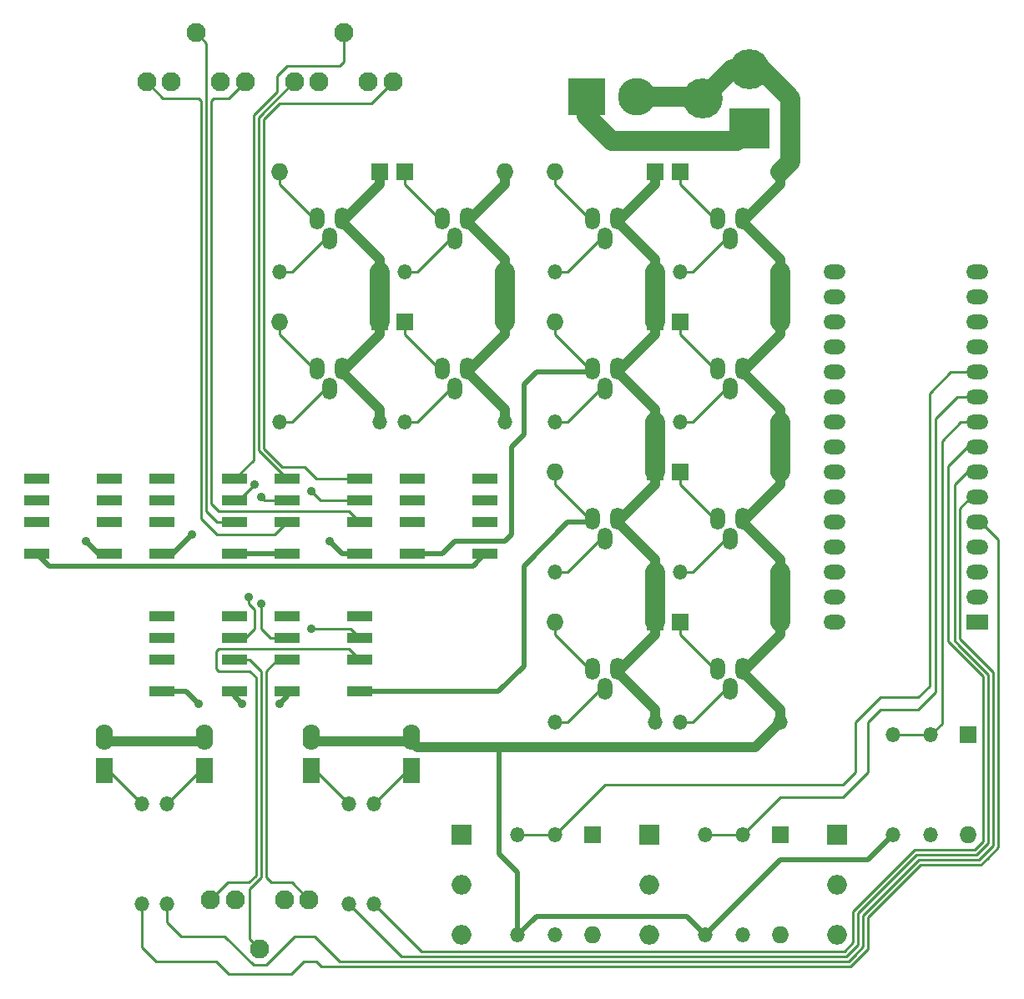
<source format=gtl>
G04 (created by PCBNEW (2013-07-07 BZR 4022)-stable) date Fri 30 Oct 2020 07:41:50 PM CDT*
%MOIN*%
G04 Gerber Fmt 3.4, Leading zero omitted, Abs format*
%FSLAX34Y34*%
G01*
G70*
G90*
G04 APERTURE LIST*
%ADD10C,0.00590551*%
%ADD11R,0.069X0.069*%
%ADD12O,0.069X0.069*%
%ADD13O,0.059X0.0885*%
%ADD14C,0.0767717*%
%ADD15O,0.059X0.059*%
%ADD16R,0.069X0.1035*%
%ADD17O,0.069X0.1035*%
%ADD18R,0.0885X0.059*%
%ADD19O,0.0885X0.059*%
%ADD20R,0.0787402X0.0787402*%
%ADD21O,0.0787402X0.0787402*%
%ADD22R,0.16X0.16*%
%ADD23C,0.16*%
%ADD24R,0.15X0.15*%
%ADD25C,0.15*%
%ADD26R,0.0984252X0.0393701*%
%ADD27C,0.035*%
%ADD28C,0.01*%
%ADD29C,0.08*%
%ADD30C,0.04*%
%ADD31C,0.02*%
G04 APERTURE END LIST*
G54D10*
G54D11*
X58000Y-92500D03*
G54D12*
X58000Y-96500D03*
G54D13*
X51500Y-73852D03*
X51000Y-74647D03*
X50500Y-73852D03*
X45500Y-67852D03*
X45000Y-68647D03*
X44500Y-67852D03*
X56500Y-85852D03*
X56000Y-86647D03*
X55500Y-85852D03*
X56500Y-73852D03*
X56000Y-74647D03*
X55500Y-73852D03*
X40500Y-73852D03*
X40000Y-74647D03*
X39500Y-73852D03*
X51500Y-79852D03*
X51000Y-80647D03*
X50500Y-79852D03*
X56500Y-79852D03*
X56000Y-80647D03*
X55500Y-79852D03*
X56500Y-67852D03*
X56000Y-68647D03*
X55500Y-67852D03*
X51500Y-67852D03*
X51000Y-68647D03*
X50500Y-67852D03*
X45500Y-73852D03*
X45000Y-74647D03*
X44500Y-73852D03*
X40500Y-67852D03*
X40000Y-68647D03*
X39500Y-67852D03*
X51500Y-85852D03*
X51000Y-86647D03*
X50500Y-85852D03*
G54D14*
X37204Y-97047D03*
X36220Y-95078D03*
X38188Y-95078D03*
X35236Y-95078D03*
X39173Y-95078D03*
X40551Y-60433D03*
X41535Y-62401D03*
X39566Y-62401D03*
X42519Y-62401D03*
X38582Y-62401D03*
X34645Y-60433D03*
X35629Y-62401D03*
X33661Y-62401D03*
X36614Y-62401D03*
X32677Y-62401D03*
G54D15*
X54000Y-76000D03*
X58000Y-76000D03*
X42000Y-70000D03*
X38000Y-70000D03*
X53000Y-76000D03*
X49000Y-76000D03*
X53000Y-82000D03*
X49000Y-82000D03*
X43000Y-70000D03*
X47000Y-70000D03*
X43000Y-76000D03*
X47000Y-76000D03*
X54000Y-82000D03*
X58000Y-82000D03*
X53000Y-88000D03*
X49000Y-88000D03*
X54000Y-88000D03*
X58000Y-88000D03*
X53000Y-70000D03*
X49000Y-70000D03*
X54000Y-70000D03*
X58000Y-70000D03*
X42000Y-76000D03*
X38000Y-76000D03*
X49000Y-96500D03*
X49000Y-92500D03*
X56500Y-96500D03*
X56500Y-92500D03*
X64000Y-92500D03*
X64000Y-88500D03*
X40750Y-95250D03*
X40750Y-91250D03*
X41750Y-95250D03*
X41750Y-91250D03*
X33500Y-95250D03*
X33500Y-91250D03*
X32500Y-95250D03*
X32500Y-91250D03*
G54D16*
X35000Y-89922D03*
G54D17*
X35000Y-88577D03*
G54D16*
X39250Y-89922D03*
G54D17*
X39250Y-88577D03*
G54D16*
X43250Y-89922D03*
G54D17*
X43250Y-88577D03*
G54D16*
X31000Y-89922D03*
G54D17*
X31000Y-88577D03*
G54D11*
X65500Y-88500D03*
G54D12*
X65500Y-92500D03*
G54D11*
X50500Y-92500D03*
G54D12*
X50500Y-96500D03*
G54D11*
X42000Y-72000D03*
G54D12*
X38000Y-72000D03*
G54D11*
X43000Y-72000D03*
G54D12*
X47000Y-72000D03*
G54D11*
X54000Y-66000D03*
G54D12*
X58000Y-66000D03*
G54D11*
X53000Y-66000D03*
G54D12*
X49000Y-66000D03*
G54D11*
X43000Y-66000D03*
G54D12*
X47000Y-66000D03*
G54D11*
X42000Y-66000D03*
G54D12*
X38000Y-66000D03*
G54D11*
X53000Y-84000D03*
G54D12*
X49000Y-84000D03*
G54D11*
X54000Y-84000D03*
G54D12*
X58000Y-84000D03*
G54D11*
X54000Y-72000D03*
G54D12*
X58000Y-72000D03*
G54D11*
X53000Y-72000D03*
G54D12*
X49000Y-72000D03*
G54D11*
X53000Y-78000D03*
G54D12*
X49000Y-78000D03*
G54D11*
X54000Y-78000D03*
G54D12*
X58000Y-78000D03*
G54D18*
X65852Y-84000D03*
G54D19*
X65852Y-83000D03*
X65852Y-82000D03*
X65852Y-81000D03*
X60147Y-79000D03*
X60147Y-80000D03*
X60147Y-81000D03*
X65852Y-80000D03*
X65852Y-79000D03*
X65852Y-78000D03*
X60147Y-78000D03*
X60147Y-77000D03*
X60147Y-76000D03*
X65852Y-77000D03*
X65852Y-76000D03*
X65852Y-75000D03*
X65852Y-74000D03*
X65852Y-73000D03*
X65852Y-72000D03*
X65852Y-71000D03*
X60147Y-75000D03*
X60147Y-74000D03*
X60147Y-73000D03*
X60147Y-72000D03*
X60147Y-71000D03*
X60147Y-70000D03*
X65852Y-70000D03*
X60147Y-82000D03*
X60147Y-83000D03*
X60147Y-84000D03*
G54D20*
X60250Y-92500D03*
G54D21*
X60250Y-94500D03*
X60250Y-96500D03*
G54D20*
X52750Y-92500D03*
G54D21*
X52750Y-94500D03*
X52750Y-96500D03*
G54D20*
X45250Y-92500D03*
G54D21*
X45250Y-94500D03*
X45250Y-96500D03*
G54D22*
X56750Y-64250D03*
G54D23*
X56750Y-61900D03*
X54900Y-63050D03*
G54D24*
X50250Y-63000D03*
G54D25*
X52250Y-63000D03*
G54D15*
X47500Y-92500D03*
X47500Y-96500D03*
X55000Y-92500D03*
X55000Y-96500D03*
X62500Y-88500D03*
X62500Y-92500D03*
G54D26*
X33293Y-85500D03*
X33293Y-84633D03*
X33293Y-83767D03*
X33293Y-86759D03*
X36206Y-85500D03*
X36206Y-84633D03*
X36206Y-83767D03*
X36206Y-86759D03*
X38293Y-85500D03*
X38293Y-84633D03*
X38293Y-83767D03*
X38293Y-86759D03*
X41206Y-85500D03*
X41206Y-84633D03*
X41206Y-83767D03*
X41206Y-86759D03*
X43293Y-80000D03*
X43293Y-79133D03*
X43293Y-78267D03*
X43293Y-81259D03*
X46206Y-80000D03*
X46206Y-79133D03*
X46206Y-78267D03*
X46206Y-81259D03*
X38293Y-80000D03*
X38293Y-79133D03*
X38293Y-78267D03*
X38293Y-81259D03*
X41206Y-80000D03*
X41206Y-79133D03*
X41206Y-78267D03*
X41206Y-81259D03*
X33293Y-80000D03*
X33293Y-79133D03*
X33293Y-78267D03*
X33293Y-81259D03*
X36206Y-80000D03*
X36206Y-79133D03*
X36206Y-78267D03*
X36206Y-81259D03*
X28293Y-80000D03*
X28293Y-79133D03*
X28293Y-78267D03*
X28293Y-81259D03*
X31206Y-80000D03*
X31206Y-79133D03*
X31206Y-78267D03*
X31206Y-81259D03*
G54D27*
X30250Y-80750D03*
X34750Y-87250D03*
X38000Y-87250D03*
X36500Y-87250D03*
X34500Y-80500D03*
X40000Y-80750D03*
X39250Y-84250D03*
X39250Y-78750D03*
X37000Y-78500D03*
X36750Y-83000D03*
X37250Y-83250D03*
X37250Y-79000D03*
G54D28*
X66700Y-92600D02*
X66700Y-80700D01*
X66700Y-92998D02*
X66700Y-92600D01*
X65400Y-93700D02*
X65998Y-93700D01*
X63598Y-93700D02*
X65400Y-93700D01*
X61500Y-96750D02*
X61500Y-95798D01*
X61500Y-97048D02*
X61500Y-96750D01*
X45350Y-97750D02*
X60798Y-97750D01*
X39450Y-97550D02*
X39650Y-97750D01*
X39650Y-97750D02*
X45350Y-97750D01*
X35950Y-98050D02*
X38200Y-98050D01*
X38200Y-98050D02*
X38450Y-98050D01*
X38450Y-98050D02*
X38950Y-97550D01*
X32500Y-95250D02*
X32500Y-97000D01*
X35450Y-97550D02*
X35850Y-97950D01*
X33050Y-97550D02*
X35450Y-97550D01*
X32500Y-97000D02*
X33050Y-97550D01*
X35850Y-97950D02*
X35950Y-98050D01*
X38950Y-97550D02*
X39450Y-97550D01*
X60798Y-97750D02*
X61024Y-97524D01*
X61024Y-97524D02*
X61500Y-97048D01*
X61500Y-95798D02*
X62799Y-94499D01*
X62799Y-94499D02*
X63598Y-93700D01*
X65998Y-93700D02*
X66249Y-93449D01*
X66249Y-93449D02*
X66700Y-92998D01*
X66700Y-80700D02*
X66000Y-80000D01*
X66500Y-92500D02*
X66500Y-86000D01*
X66500Y-92915D02*
X66500Y-92500D01*
X65550Y-93500D02*
X65915Y-93500D01*
X63515Y-93500D02*
X65550Y-93500D01*
X61300Y-96600D02*
X61300Y-95715D01*
X61300Y-96965D02*
X61300Y-96600D01*
X45450Y-97550D02*
X60715Y-97550D01*
X39400Y-96550D02*
X40400Y-97550D01*
X40400Y-97550D02*
X45450Y-97550D01*
X33500Y-95250D02*
X33500Y-96000D01*
X38600Y-96550D02*
X39150Y-96550D01*
X37450Y-97700D02*
X38600Y-96550D01*
X36950Y-97700D02*
X37450Y-97700D01*
X35800Y-96550D02*
X36950Y-97700D01*
X34050Y-96550D02*
X35800Y-96550D01*
X33500Y-96000D02*
X34050Y-96550D01*
X39150Y-96550D02*
X39400Y-96550D01*
X60715Y-97550D02*
X60957Y-97307D01*
X60957Y-97307D02*
X61300Y-96965D01*
X61300Y-95715D02*
X62982Y-94032D01*
X62982Y-94032D02*
X63515Y-93500D01*
X65915Y-93500D02*
X66307Y-93107D01*
X66307Y-93107D02*
X66500Y-92915D01*
X65600Y-79000D02*
X66000Y-79000D01*
X65150Y-79450D02*
X65600Y-79000D01*
X65150Y-84650D02*
X65150Y-79450D01*
X66500Y-86000D02*
X65150Y-84650D01*
X64949Y-79850D02*
X64949Y-78500D01*
X65133Y-84916D02*
X64949Y-84732D01*
X66300Y-86250D02*
X66300Y-86082D01*
X66300Y-86082D02*
X65158Y-84941D01*
X65158Y-84941D02*
X65133Y-84916D01*
X61100Y-96550D02*
X61100Y-95632D01*
X61100Y-96882D02*
X61100Y-96550D01*
X45450Y-97350D02*
X60632Y-97350D01*
X42850Y-97350D02*
X45450Y-97350D01*
X40750Y-95250D02*
X42850Y-97350D01*
X60632Y-97350D02*
X60966Y-97016D01*
X60966Y-97016D02*
X61100Y-96882D01*
X66300Y-92832D02*
X66300Y-92400D01*
X65832Y-93300D02*
X66300Y-92832D01*
X63432Y-93300D02*
X65832Y-93300D01*
X61100Y-95632D02*
X63432Y-93300D01*
X66300Y-92400D02*
X66300Y-86250D01*
X64949Y-84732D02*
X64949Y-84350D01*
X64949Y-79850D02*
X64949Y-84350D01*
X65450Y-78000D02*
X66000Y-78000D01*
X64949Y-78500D02*
X65450Y-78000D01*
X64700Y-80850D02*
X64700Y-77750D01*
X64700Y-84765D02*
X64700Y-80850D01*
X66100Y-92400D02*
X66100Y-86300D01*
X60900Y-95550D02*
X63350Y-93100D01*
X63350Y-93100D02*
X65750Y-93100D01*
X65750Y-93100D02*
X66100Y-92750D01*
X66100Y-92750D02*
X66100Y-92400D01*
X45450Y-97150D02*
X60550Y-97150D01*
X43650Y-97150D02*
X45450Y-97150D01*
X41750Y-95250D02*
X43650Y-97150D01*
X60900Y-96800D02*
X60900Y-96450D01*
X60550Y-97150D02*
X60900Y-96800D01*
X60900Y-96450D02*
X60900Y-95550D01*
X66100Y-86165D02*
X65067Y-85132D01*
X66100Y-86300D02*
X66100Y-86165D01*
X65067Y-85132D02*
X64700Y-84765D01*
X65450Y-77000D02*
X66000Y-77000D01*
X64700Y-77750D02*
X65450Y-77000D01*
G54D29*
X42000Y-72000D02*
X42000Y-70000D01*
X53000Y-72000D02*
X53000Y-70000D01*
X53000Y-78000D02*
X53000Y-76000D01*
X53000Y-82000D02*
X53000Y-84000D01*
G54D30*
X40500Y-74000D02*
X42000Y-72500D01*
X42000Y-72500D02*
X42000Y-72000D01*
X40500Y-68000D02*
X42000Y-66500D01*
X42000Y-66500D02*
X42000Y-66000D01*
X51500Y-68000D02*
X53000Y-66500D01*
X53000Y-66500D02*
X53000Y-66000D01*
X53000Y-72000D02*
X53000Y-72500D01*
X53000Y-72500D02*
X51500Y-74000D01*
X51500Y-80000D02*
X53000Y-78500D01*
X53000Y-78500D02*
X53000Y-78000D01*
X51500Y-86000D02*
X53000Y-84500D01*
X53000Y-84500D02*
X53000Y-84000D01*
X42000Y-76000D02*
X42000Y-75500D01*
X42000Y-75500D02*
X40500Y-74000D01*
X42000Y-70000D02*
X42000Y-69500D01*
X42000Y-69500D02*
X40500Y-68000D01*
X53000Y-70000D02*
X53000Y-69500D01*
X53000Y-69500D02*
X51500Y-68000D01*
X53000Y-76000D02*
X53000Y-75500D01*
X53000Y-75500D02*
X51500Y-74000D01*
X53000Y-82000D02*
X53000Y-81500D01*
X53000Y-81500D02*
X51500Y-80000D01*
X53000Y-88000D02*
X53000Y-87500D01*
X53000Y-87500D02*
X51500Y-86000D01*
X50250Y-63000D02*
X50250Y-63750D01*
X56250Y-64750D02*
X56750Y-64250D01*
G54D29*
X51250Y-64750D02*
X56250Y-64750D01*
X50250Y-63750D02*
X51250Y-64750D01*
G54D31*
X55000Y-96500D02*
X58000Y-93500D01*
X61500Y-93500D02*
X62500Y-92500D01*
X58000Y-93500D02*
X61500Y-93500D01*
X47500Y-96500D02*
X48250Y-95750D01*
X54250Y-95750D02*
X55000Y-96500D01*
X53750Y-95750D02*
X54250Y-95750D01*
X48250Y-95750D02*
X53750Y-95750D01*
X47500Y-96500D02*
X47500Y-94000D01*
X46750Y-93250D02*
X46750Y-89000D01*
X47500Y-94000D02*
X46750Y-93250D01*
G54D30*
X58000Y-88000D02*
X57000Y-89000D01*
X57000Y-89000D02*
X46750Y-89000D01*
X46750Y-89000D02*
X43500Y-89000D01*
X43500Y-89000D02*
X43250Y-88750D01*
G54D29*
X56750Y-61900D02*
X57250Y-61900D01*
X58400Y-65600D02*
X58000Y-66000D01*
X58400Y-63050D02*
X58400Y-65600D01*
X57250Y-61900D02*
X58400Y-63050D01*
G54D30*
X43250Y-88750D02*
X39250Y-88750D01*
X31000Y-88750D02*
X35000Y-88750D01*
G54D29*
X47000Y-72000D02*
X47000Y-70000D01*
X58000Y-72000D02*
X58000Y-70000D01*
X58000Y-78000D02*
X58000Y-76000D01*
X58000Y-82000D02*
X58000Y-84000D01*
G54D30*
X45500Y-74000D02*
X47000Y-72500D01*
X47000Y-72500D02*
X47000Y-72000D01*
X45500Y-68000D02*
X47000Y-66500D01*
X47000Y-66500D02*
X47000Y-66000D01*
X56500Y-68000D02*
X58000Y-66500D01*
X58000Y-66500D02*
X58000Y-66000D01*
X56500Y-74000D02*
X58000Y-72500D01*
X58000Y-72500D02*
X58000Y-72000D01*
X56500Y-80000D02*
X58000Y-78500D01*
X58000Y-78500D02*
X58000Y-78000D01*
X56500Y-86000D02*
X58000Y-84500D01*
X58000Y-84500D02*
X58000Y-84000D01*
X47000Y-76000D02*
X47000Y-75500D01*
X47000Y-75500D02*
X45500Y-74000D01*
X47000Y-70000D02*
X47000Y-69500D01*
X47000Y-69500D02*
X45500Y-68000D01*
X58000Y-70000D02*
X58000Y-69500D01*
X58000Y-69500D02*
X56500Y-68000D01*
X58000Y-76000D02*
X58000Y-75500D01*
X58000Y-75500D02*
X56500Y-74000D01*
X58000Y-82000D02*
X58000Y-81500D01*
X58000Y-81500D02*
X56500Y-80000D01*
X58000Y-88000D02*
X58000Y-87500D01*
X58000Y-87500D02*
X56500Y-86000D01*
G54D29*
X54900Y-63050D02*
X56050Y-61900D01*
G54D30*
X56050Y-61900D02*
X56750Y-61900D01*
G54D29*
X52250Y-63000D02*
X54850Y-63000D01*
X54850Y-63000D02*
X54900Y-63050D01*
G54D31*
X28293Y-81259D02*
X28783Y-81750D01*
X45716Y-81750D02*
X46206Y-81259D01*
X28783Y-81750D02*
X45716Y-81750D01*
X43293Y-81259D02*
X44490Y-81259D01*
X48250Y-74000D02*
X50500Y-74000D01*
X47750Y-74500D02*
X48250Y-74000D01*
X47750Y-76500D02*
X47750Y-74500D01*
X47250Y-77000D02*
X47750Y-76500D01*
X47250Y-80500D02*
X47250Y-77000D01*
X47000Y-80750D02*
X47250Y-80500D01*
X45000Y-80750D02*
X47000Y-80750D01*
X44490Y-81259D02*
X45000Y-80750D01*
G54D28*
X54000Y-72500D02*
X55500Y-74000D01*
X49000Y-72500D02*
X50500Y-74000D01*
X54000Y-72000D02*
X54000Y-72500D01*
X49000Y-72000D02*
X49000Y-72500D01*
G54D31*
X31206Y-81259D02*
X30759Y-81259D01*
X30759Y-81259D02*
X30250Y-80750D01*
G54D28*
X38000Y-66500D02*
X39500Y-68000D01*
X43000Y-66500D02*
X44500Y-68000D01*
X38000Y-66000D02*
X38000Y-66500D01*
X43000Y-66000D02*
X43000Y-66500D01*
X34849Y-63150D02*
X34849Y-65650D01*
X33325Y-63050D02*
X34749Y-63050D01*
X34749Y-63050D02*
X34849Y-63150D01*
X34849Y-65650D02*
X34849Y-79849D01*
X34849Y-79849D02*
X35500Y-80500D01*
X35500Y-80500D02*
X37793Y-80500D01*
X38293Y-80000D02*
X37793Y-80500D01*
X33325Y-63050D02*
X32677Y-62401D01*
X37149Y-76282D02*
X37149Y-77124D01*
X37149Y-77124D02*
X38293Y-78267D01*
X38582Y-62401D02*
X38565Y-62401D01*
X37149Y-75600D02*
X37149Y-76282D01*
X37149Y-69450D02*
X37149Y-75600D01*
X37149Y-63817D02*
X37149Y-69450D01*
X38565Y-62401D02*
X37149Y-63817D01*
X37049Y-94000D02*
X37049Y-94117D01*
X35914Y-94400D02*
X35236Y-95078D01*
X36767Y-94400D02*
X35914Y-94400D01*
X37049Y-94117D02*
X36767Y-94400D01*
X37049Y-94000D02*
X37049Y-86199D01*
X40756Y-85050D02*
X41206Y-85500D01*
X35550Y-85050D02*
X40756Y-85050D01*
X35450Y-85150D02*
X35550Y-85050D01*
X35450Y-85850D02*
X35450Y-85150D01*
X35550Y-85950D02*
X35450Y-85850D01*
X36800Y-85950D02*
X35550Y-85950D01*
X37049Y-86199D02*
X36800Y-85950D01*
X37450Y-94200D02*
X37450Y-85949D01*
X37650Y-94400D02*
X37450Y-94200D01*
X38494Y-94400D02*
X37650Y-94400D01*
X39173Y-95078D02*
X38494Y-94400D01*
X37900Y-85500D02*
X38293Y-85500D01*
X37450Y-85949D02*
X37900Y-85500D01*
X64000Y-88500D02*
X62500Y-88500D01*
X64450Y-84350D02*
X64450Y-76750D01*
X64450Y-88050D02*
X64450Y-84350D01*
X64000Y-88500D02*
X64450Y-88050D01*
X65200Y-76000D02*
X66000Y-76000D01*
X64450Y-76750D02*
X65200Y-76000D01*
X55000Y-92500D02*
X56500Y-92500D01*
X64200Y-85400D02*
X64200Y-75850D01*
X64200Y-86800D02*
X64200Y-85400D01*
X56500Y-92500D02*
X58000Y-91000D01*
X63500Y-87500D02*
X64000Y-87000D01*
X62000Y-87500D02*
X63500Y-87500D01*
X61500Y-88000D02*
X62000Y-87500D01*
X61500Y-90000D02*
X61500Y-88000D01*
X60500Y-91000D02*
X61500Y-90000D01*
X58000Y-91000D02*
X60500Y-91000D01*
X64000Y-87000D02*
X64200Y-86800D01*
X65050Y-75000D02*
X66000Y-75000D01*
X64200Y-75850D02*
X65050Y-75000D01*
X47500Y-92500D02*
X49000Y-92500D01*
X63950Y-85900D02*
X63950Y-74850D01*
X63950Y-86550D02*
X63950Y-85900D01*
X61000Y-88000D02*
X62000Y-87000D01*
X51000Y-90500D02*
X60500Y-90500D01*
X60500Y-90500D02*
X61000Y-90000D01*
X61000Y-90000D02*
X61000Y-89000D01*
X61000Y-89000D02*
X61000Y-88000D01*
X49000Y-92500D02*
X51000Y-90500D01*
X62000Y-87000D02*
X63500Y-87000D01*
X63500Y-87000D02*
X63950Y-86550D01*
X64800Y-74000D02*
X66000Y-74000D01*
X63950Y-74850D02*
X64800Y-74000D01*
X37350Y-76200D02*
X37350Y-77041D01*
X39467Y-78267D02*
X41206Y-78267D01*
X39000Y-77800D02*
X39467Y-78267D01*
X38108Y-77800D02*
X39000Y-77800D01*
X37350Y-77041D02*
X38108Y-77800D01*
X41671Y-63250D02*
X37999Y-63250D01*
X37999Y-63250D02*
X37350Y-63900D01*
X37350Y-63900D02*
X37350Y-76200D01*
X42519Y-62401D02*
X41671Y-63250D01*
G54D31*
X36206Y-81259D02*
X38293Y-81259D01*
G54D28*
X35250Y-65650D02*
X35250Y-63150D01*
X35965Y-63050D02*
X35350Y-63050D01*
X35350Y-63050D02*
X35250Y-63150D01*
X35250Y-65650D02*
X35250Y-79250D01*
X35250Y-79250D02*
X35550Y-79550D01*
X35550Y-79550D02*
X40756Y-79550D01*
X41206Y-80000D02*
X40756Y-79550D01*
X35965Y-63050D02*
X36614Y-62401D01*
X41750Y-91250D02*
X43250Y-89750D01*
X35050Y-63337D02*
X35050Y-60837D01*
X35050Y-63337D02*
X35050Y-79550D01*
X35050Y-79550D02*
X35500Y-80000D01*
X36206Y-80000D02*
X35500Y-80000D01*
X35050Y-60837D02*
X34645Y-60433D01*
X40551Y-60433D02*
X40551Y-61598D01*
X36949Y-77524D02*
X36206Y-78267D01*
X36949Y-75600D02*
X36949Y-77524D01*
X36949Y-68000D02*
X36949Y-75600D01*
X36949Y-63734D02*
X36949Y-68000D01*
X37900Y-62784D02*
X36949Y-63734D01*
X37900Y-62150D02*
X37900Y-62784D01*
X38300Y-61750D02*
X37900Y-62150D01*
X40400Y-61750D02*
X38300Y-61750D01*
X40551Y-61598D02*
X40400Y-61750D01*
X40750Y-91250D02*
X39250Y-89750D01*
X33500Y-91250D02*
X35000Y-89750D01*
X32500Y-91250D02*
X31000Y-89750D01*
G54D31*
X33293Y-86759D02*
X34259Y-86759D01*
X34259Y-86759D02*
X34750Y-87250D01*
G54D28*
X54000Y-84000D02*
X54000Y-84500D01*
X54000Y-84500D02*
X55500Y-86000D01*
X49000Y-84000D02*
X49000Y-84500D01*
X49000Y-84500D02*
X50500Y-86000D01*
G54D31*
X41206Y-86759D02*
X46740Y-86759D01*
X49500Y-80000D02*
X50500Y-80000D01*
X47750Y-81750D02*
X49500Y-80000D01*
X47750Y-85750D02*
X47750Y-81750D01*
X46740Y-86759D02*
X47750Y-85750D01*
G54D28*
X49000Y-78000D02*
X49000Y-78500D01*
X49000Y-78500D02*
X50500Y-80000D01*
X54000Y-78000D02*
X54000Y-78500D01*
X54000Y-78500D02*
X55500Y-80000D01*
G54D31*
X36206Y-86759D02*
X36206Y-86956D01*
X38293Y-86956D02*
X38293Y-86759D01*
X38000Y-87250D02*
X38293Y-86956D01*
X36206Y-86956D02*
X36500Y-87250D01*
G54D28*
X49000Y-66000D02*
X49000Y-66500D01*
X54000Y-66000D02*
X54000Y-66500D01*
X54000Y-66500D02*
X55500Y-68000D01*
G54D31*
X33740Y-81259D02*
X33293Y-81259D01*
X34500Y-80500D02*
X33740Y-81259D01*
G54D28*
X49000Y-66500D02*
X50500Y-68000D01*
X43000Y-72000D02*
X43000Y-72500D01*
X38000Y-72000D02*
X38000Y-72500D01*
G54D31*
X40509Y-81259D02*
X41206Y-81259D01*
X40000Y-80750D02*
X40509Y-81259D01*
G54D28*
X43000Y-72500D02*
X44500Y-74000D01*
X38000Y-72500D02*
X39500Y-74000D01*
X37250Y-94200D02*
X37250Y-85950D01*
X37250Y-94200D02*
X36800Y-94650D01*
X36800Y-94650D02*
X36800Y-96642D01*
X37204Y-97047D02*
X36800Y-96642D01*
X36800Y-85500D02*
X36206Y-85500D01*
X37250Y-85950D02*
X36800Y-85500D01*
X54500Y-70000D02*
X56000Y-68500D01*
X54000Y-70000D02*
X54500Y-70000D01*
X43500Y-76000D02*
X45000Y-74500D01*
X43000Y-76000D02*
X43500Y-76000D01*
X54000Y-88000D02*
X54500Y-88000D01*
X54500Y-88000D02*
X56000Y-86500D01*
X54000Y-82000D02*
X54500Y-82000D01*
X54500Y-82000D02*
X56000Y-80500D01*
X54000Y-76000D02*
X54500Y-76000D01*
X54500Y-76000D02*
X56000Y-74500D01*
X43000Y-70000D02*
X43500Y-70000D01*
X43500Y-70000D02*
X45000Y-68500D01*
X38500Y-76000D02*
X40000Y-74500D01*
X38000Y-76000D02*
X38500Y-76000D01*
X49500Y-70000D02*
X51000Y-68500D01*
X49000Y-70000D02*
X49500Y-70000D01*
X49000Y-82000D02*
X49500Y-82000D01*
X49500Y-82000D02*
X51000Y-80500D01*
X49000Y-88000D02*
X49500Y-88000D01*
X49500Y-88000D02*
X51000Y-86500D01*
X38000Y-70000D02*
X38500Y-70000D01*
X38500Y-70000D02*
X40000Y-68500D01*
X49000Y-76000D02*
X49500Y-76000D01*
X49500Y-76000D02*
X51000Y-74500D01*
X41206Y-79133D02*
X39633Y-79133D01*
X40822Y-84250D02*
X41206Y-84633D01*
X39250Y-84250D02*
X40822Y-84250D01*
X39633Y-79133D02*
X39250Y-78750D01*
X36206Y-84633D02*
X36616Y-84633D01*
X36366Y-79133D02*
X36206Y-79133D01*
X37000Y-78500D02*
X36366Y-79133D01*
X36750Y-83250D02*
X36750Y-83000D01*
X37000Y-83500D02*
X36750Y-83250D01*
X37000Y-84250D02*
X37000Y-83500D01*
X36616Y-84633D02*
X37000Y-84250D01*
X38293Y-79133D02*
X37383Y-79133D01*
X37633Y-84633D02*
X38293Y-84633D01*
X37250Y-84250D02*
X37633Y-84633D01*
X37250Y-83250D02*
X37250Y-84250D01*
X37383Y-79133D02*
X37250Y-79000D01*
M02*

</source>
